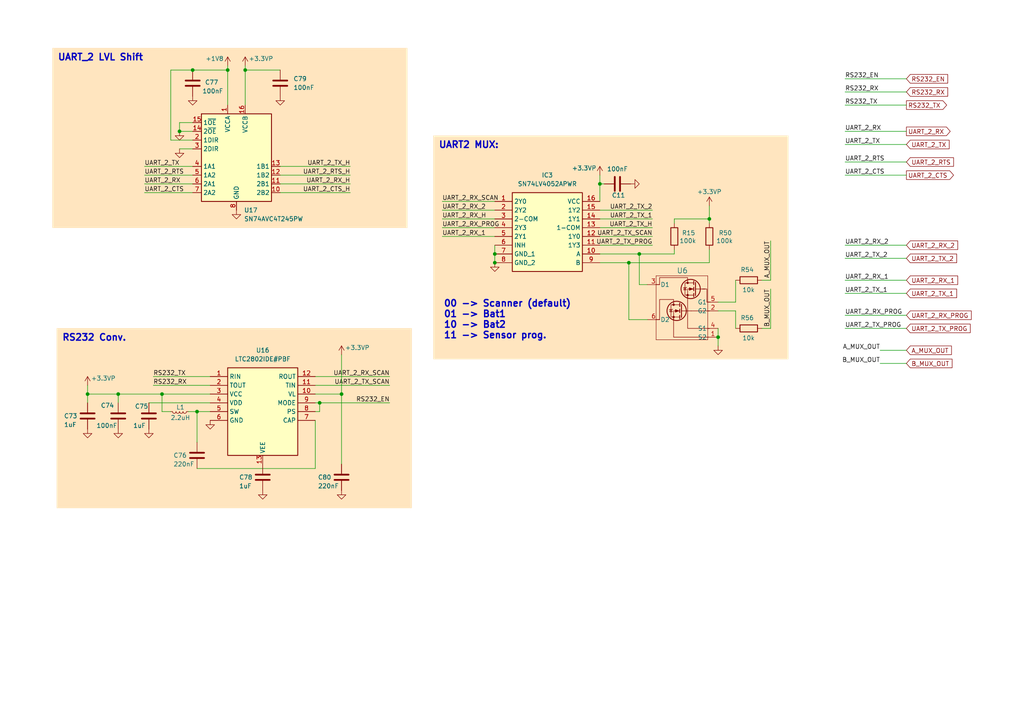
<source format=kicad_sch>
(kicad_sch (version 20231120) (generator "eeschema") (generator_version "8.0")
  (paper "A4")
  (lib_symbols
    (symbol "DMN53D0LDW:DMN53D0LDW-7" (pin_names (offset 0.254))
      (property "Reference" "U13" (at 14.986 9.144 0))
      (symbol "DMN53D0LDW-7_0_1"
        (polyline (pts (xy 7.62 -10.922) (xy 22.606 -10.922)) (stroke (width 0.127)))
        (polyline (pts (xy 7.62 7.62) (xy 7.62 -10.922)) (stroke (width 0.127)))
        (polyline (pts (xy 11.176 3.81) (xy 8.382 3.81)))
        (polyline (pts (xy 11.176 5.715) (xy 11.176 1.905)) (stroke (width 0.254)))
        (polyline (pts (xy 11.684 2.54) (xy 11.684 1.524)) (stroke (width 0.254)))
        (polyline (pts (xy 11.684 4.318) (xy 11.684 3.302)) (stroke (width 0.254)))
        (polyline (pts (xy 11.684 6.096) (xy 11.684 5.08)) (stroke (width 0.254)))
        (polyline (pts (xy 13.462 6.35) (xy 13.462 5.588)))
        (polyline (pts (xy 15.24 -2.54) (xy 12.446 -2.54)))
        (polyline (pts (xy 15.24 -0.635) (xy 15.24 -4.445)) (stroke (width 0.254)))
        (polyline (pts (xy 15.748 -3.81) (xy 15.748 -4.826)) (stroke (width 0.254)))
        (polyline (pts (xy 15.748 -2.032) (xy 15.748 -3.048)) (stroke (width 0.254)))
        (polyline (pts (xy 15.748 -0.254) (xy 15.748 -1.27)) (stroke (width 0.254)))
        (polyline (pts (xy 17.526 0) (xy 17.526 -0.762)))
        (polyline (pts (xy 22.606 -10.922) (xy 22.606 7.62)) (stroke (width 0.127)))
        (polyline (pts (xy 22.606 7.62) (xy 7.62 7.62)) (stroke (width 0.127)))
        (polyline (pts (xy 13.462 1.27) (xy 13.462 3.81) (xy 11.684 3.81)))
        (polyline (pts (xy 17.526 -5.08) (xy 17.526 -2.54) (xy 15.748 -2.54)))
        (polyline (pts (xy 11.684 2.032) (xy 14.224 2.032) (xy 14.224 5.588) (xy 11.684 5.588)))
        (polyline (pts (xy 11.938 3.81) (xy 12.954 4.191) (xy 12.954 3.429) (xy 11.938 3.81)) (fill (type outline)))
        (polyline (pts (xy 13.716 4.318) (xy 13.843 4.191) (xy 14.605 4.191) (xy 14.732 4.064)))
        (polyline (pts (xy 14.224 4.191) (xy 13.843 3.556) (xy 14.605 3.556) (xy 14.224 4.191)))
        (polyline (pts (xy 15.748 -4.318) (xy 18.288 -4.318) (xy 18.288 -0.762) (xy 15.748 -0.762)))
        (polyline (pts (xy 16.002 -2.54) (xy 17.018 -2.159) (xy 17.018 -2.921) (xy 16.002 -2.54)) (fill (type outline)))
        (polyline (pts (xy 17.78 -2.032) (xy 17.907 -2.159) (xy 18.669 -2.159) (xy 18.796 -2.286)))
        (polyline (pts (xy 18.288 -2.159) (xy 17.907 -2.794) (xy 18.669 -2.794) (xy 18.288 -2.159)))
        (circle (center 12.573 3.81) (radius 2.794) (stroke (width 0.254)))
        (circle (center 13.462 2.032) (radius 0.254) (fill (type outline)))
        (circle (center 13.462 5.588) (radius 0.254) (fill (type outline)))
        (circle (center 16.637 -2.54) (radius 2.794) (stroke (width 0.254)))
        (circle (center 17.526 -4.318) (radius 0.254) (fill (type outline)))
        (circle (center 17.526 -0.762) (radius 0.254) (fill (type outline)))
      )
      (symbol "DMN53D0LDW-7_1_0"
        (pin unspecified line (at 4.62 0 0) (length 3) (name "G1") (number "5"))
      )
      (symbol "DMN53D0LDW-7_1_1"
        (polyline (pts (xy 12.446 -2.54) (xy 7.112 -2.54)))
        (polyline (pts (xy 13.462 1.524) (xy 13.462 -7.62) (xy 7.112 -7.62)))
        (polyline (pts (xy 17.526 -4.826) (xy 17.526 -10.16) (xy 7.366 -10.16)))
        (polyline (pts (xy 9.144 3.81) (xy 7.874 3.81) (xy 7.874 0) (xy 6.858 0)))
        (polyline (pts (xy 13.4657 6.4125) (xy 13.4675 6.8401) (xy 13.462 7.112) (xy 21.59 7.112) (xy 21.59 5.08) (xy 22.606 5.08)))
        (polyline (pts (xy 17.5297 0.0625) (xy 17.5315 0.4901) (xy 17.526 0.762) (xy 21.59 0.762) (xy 21.59 -5.08) (xy 22.606 -5.08)))
        (pin unspecified line (at 4.62 -10.16 0) (length 3) (name "S2") (number "1"))
        (pin unspecified line (at 4.62 -2.54 0) (length 3) (name "G2") (number "2"))
        (pin unspecified line (at 25.19 5.08 180) (length 3.6) (name "D1") (number "3"))
        (pin unspecified line (at 4.62 -7.62 0) (length 3) (name "S1") (number "4"))
        (pin unspecified line (at 25.09 -5.08 180) (length 3.5) (name "D2") (number "6"))
      )
    )
    (symbol "Device:C" (pin_numbers hide) (pin_names (offset 0.254))
      (property "Reference" "C" (at 0.635 2.54 0))
      (property "Value" "C" (at 0.635 -2.54 0))
      (symbol "C_0_1"
        (polyline (pts (xy -2.032 -0.762) (xy 2.032 -0.762)) (stroke (width 0.508)))
        (polyline (pts (xy -2.032 0.762) (xy 2.032 0.762)) (stroke (width 0.508)))
      )
      (symbol "C_1_1"
        (pin passive line (at 0 3.81 270) (length 2.794) (name "~") (number "1"))
        (pin passive line (at 0 -3.81 90) (length 2.794) (name "~") (number "2"))
      )
    )
    (symbol "Device:L_Small" (pin_numbers hide) (pin_names (offset 0.254) hide)
      (property "Reference" "L" (at 0.762 1.016 0))
      (property "Value" "L_Small" (at 0.762 -1.016 0))
      (symbol "L_Small_0_1"
        (arc (start 0 -2.032) (mid 0.5058 -1.524) (end 0 -1.016))
        (arc (start 0 -1.016) (mid 0.5058 -0.508) (end 0 0))
        (arc (start 0 0) (mid 0.5058 0.508) (end 0 1.016))
        (arc (start 0 1.016) (mid 0.5058 1.524) (end 0 2.032))
      )
      (symbol "L_Small_1_1"
        (pin passive line (at 0 2.54 270) (length 0.508) (name "~") (number "1"))
        (pin passive line (at 0 -2.54 90) (length 0.508) (name "~") (number "2"))
      )
    )
    (symbol "Device:R" (pin_numbers hide) (pin_names (offset 0))
      (property "Reference" "R" (at 2.032 0 90))
      (property "Value" "R" (at 0 0 90))
      (symbol "R_0_1"
        (rectangle (start -1.016 -2.54) (end 1.016 2.54) (stroke (width 0.254)))
      )
      (symbol "R_1_1"
        (pin passive line (at 0 3.81 270) (length 1.27) (name "~") (number "1"))
        (pin passive line (at 0 -3.81 90) (length 1.27) (name "~") (number "2"))
      )
    )
    (symbol "LTC2802:LTC2802IDE#PBF"
      (property "Reference" "U8" (at 15.24 7.62 0))
      (property "Value" "LTC2802IDE#PBF" (at 15.24 5.08 0))
      (symbol "LTC2802IDE#PBF_1_1"
        (rectangle (start 5.08 2.54) (end 25.4 -22.86) (stroke (width 0.254)) (fill (type background)))
        (pin passive line (at 0 0 0) (length 5.08) (name "RIN") (number "1"))
        (pin passive line (at 30.48 -5.08 180) (length 5.08) (name "VL") (number "10"))
        (pin passive line (at 30.48 -2.54 180) (length 5.08) (name "TIN") (number "11"))
        (pin passive line (at 30.48 0 180) (length 5.08) (name "ROUT") (number "12"))
        (pin passive line (at 15.24 -25.4 90) (length 2.54) (name "VEE") (number "13"))
        (pin passive line (at 0 -2.54 0) (length 5.08) (name "TOUT") (number "2"))
        (pin passive line (at 0 -5.08 0) (length 5.08) (name "VCC") (number "3"))
        (pin passive line (at 0 -7.62 0) (length 5.08) (name "VDD") (number "4"))
        (pin passive line (at 0 -10.16 0) (length 5.08) (name "SW") (number "5"))
        (pin passive line (at 0 -12.7 0) (length 5.08) (name "GND") (number "6"))
        (pin passive line (at 30.48 -12.7 180) (length 5.08) (name "CAP") (number "7"))
        (pin passive line (at 30.48 -10.16 180) (length 5.08) (name "PS") (number "8"))
        (pin passive line (at 30.48 -7.62 180) (length 5.08) (name "MODE") (number "9"))
      )
    )
    (symbol "Logic_LevelTranslator:SN74AVC4T245PW"
      (property "Reference" "U" (at -8.89 13.97 0))
      (property "Value" "SN74AVC4T245PW" (at 12.7 13.97 0))
      (symbol "SN74AVC4T245PW_0_1"
        (rectangle (start -10.16 12.7) (end 10.16 -12.7) (stroke (width 0.254)) (fill (type background)))
      )
      (symbol "SN74AVC4T245PW_1_1"
        (pin power_in line (at -2.54 15.24 270) (length 2.54) (name "VCCA") (number "1"))
        (pin bidirectional line (at 12.7 -10.16 180) (length 2.54) (name "2B2") (number "10"))
        (pin bidirectional line (at 12.7 -7.62 180) (length 2.54) (name "2B1") (number "11"))
        (pin bidirectional line (at 12.7 -5.08 180) (length 2.54) (name "1B2") (number "12"))
        (pin bidirectional line (at 12.7 -2.54 180) (length 2.54) (name "1B1") (number "13"))
        (pin input line (at -12.7 7.62 0) (length 2.54) (name "2~{OE}") (number "14"))
        (pin input line (at -12.7 10.16 0) (length 2.54) (name "1~{OE}") (number "15"))
        (pin power_in line (at 2.54 15.24 270) (length 2.54) (name "VCCB") (number "16"))
        (pin input line (at -12.7 5.08 0) (length 2.54) (name "1DIR") (number "2"))
        (pin input line (at -12.7 2.54 0) (length 2.54) (name "2DIR") (number "3"))
        (pin bidirectional line (at -12.7 -2.54 0) (length 2.54) (name "1A1") (number "4"))
        (pin bidirectional line (at -12.7 -5.08 0) (length 2.54) (name "1A2") (number "5"))
        (pin bidirectional line (at -12.7 -7.62 0) (length 2.54) (name "2A1") (number "6"))
        (pin bidirectional line (at -12.7 -10.16 0) (length 2.54) (name "2A2") (number "7"))
        (pin power_in line (at 0 -15.24 90) (length 2.54) (name "GND") (number "8"))
        (pin passive line (at 0 -15.24 90) (length 2.54) hide (name "GND") (number "9"))
      )
    )
    (symbol "SN74LV4052APWR:SN74LV4052APWR"
      (property "Reference" "IC" (at 26.67 7.62 0))
      (property "Value" "SN74LV4052APWR" (at 26.67 5.08 0))
      (symbol "SN74LV4052APWR_1_1"
        (rectangle (start 5.08 2.54) (end 25.4 -20.32) (stroke (width 0.254)) (fill (type background)))
        (pin passive line (at 0 0 0) (length 5.08) (name "2Y0") (number "1"))
        (pin passive line (at 30.48 -15.24 180) (length 5.08) (name "A") (number "10"))
        (pin passive line (at 30.48 -12.7 180) (length 5.08) (name "1Y3") (number "11"))
        (pin passive line (at 30.48 -10.16 180) (length 5.08) (name "1Y0") (number "12"))
        (pin passive line (at 30.48 -7.62 180) (length 5.08) (name "1-COM") (number "13"))
        (pin passive line (at 30.48 -5.08 180) (length 5.08) (name "1Y1") (number "14"))
        (pin passive line (at 30.48 -2.54 180) (length 5.08) (name "1Y2") (number "15"))
        (pin passive line (at 30.48 0 180) (length 5.08) (name "VCC") (number "16"))
        (pin passive line (at 0 -2.54 0) (length 5.08) (name "2Y2") (number "2"))
        (pin passive line (at 0 -5.08 0) (length 5.08) (name "2-COM") (number "3"))
        (pin passive line (at 0 -7.62 0) (length 5.08) (name "2Y3") (number "4"))
        (pin passive line (at 0 -10.16 0) (length 5.08) (name "2Y1") (number "5"))
        (pin passive line (at 0 -12.7 0) (length 5.08) (name "INH") (number "6"))
        (pin passive line (at 0 -15.24 0) (length 5.08) (name "GND_1") (number "7"))
        (pin passive line (at 0 -17.78 0) (length 5.08) (name "GND_2") (number "8"))
        (pin passive line (at 30.48 -17.78 180) (length 5.08) (name "B") (number "9"))
      )
    )
    (symbol "power:+1V8" (power) (pin_names (offset 0))
      (property "Value" "+1V8" (at 0 3.556 0))
      (symbol "+1V8_0_1"
        (polyline (pts (xy -0.762 1.27) (xy 0 2.54)))
        (polyline (pts (xy 0 0) (xy 0 2.54)))
        (polyline (pts (xy 0 2.54) (xy 0.762 1.27)))
      )
      (symbol "+1V8_1_1"
        (pin power_in line (at 0 0 90) (length 0) hide (name "+1V8") (number "1"))
      )
    )
    (symbol "power:+3.3VP" (power) (pin_names (offset 0))
      (property "Value" "+3.3VP" (at 0 2.54 0))
      (symbol "+3.3VP_0_0"
        (pin power_in line (at 0 0 90) (length 0) hide (name "+3.3VP") (number "1"))
      )
      (symbol "+3.3VP_0_1"
        (polyline (pts (xy -0.762 1.27) (xy 0 2.54)))
        (polyline (pts (xy 0 0) (xy 0 2.54)))
        (polyline (pts (xy 0 2.54) (xy 0.762 1.27)))
      )
    )
    (symbol "power:GND" (power) (pin_names (offset 0))
      (property "Value" "GND" (at 0 -3.81 0))
      (symbol "GND_0_1"
        (polyline (pts (xy 0 0) (xy 0 -1.27) (xy 1.27 -1.27) (xy 0 -2.54) (xy -1.27 -1.27) (xy 0 -1.27)))
      )
      (symbol "GND_1_1"
        (pin power_in line (at 0 0 270) (length 0) hide (name "GND") (number "1"))
      )
    )
  )
  (junction (at 182.3899 76.2))
  (junction (at 205.74 63.5))
  (junction (at 99.06 114.3))
  (junction (at 208.28 97.79))
  (junction (at 71.12 20.32))
  (junction (at 52.07 38.1))
  (junction (at 66.04 20.32))
  (junction (at 143.51 76.2))
  (junction (at 25.4 114.3))
  (junction (at 173.99 53.34))
  (junction (at 34.29 114.3))
  (junction (at 92.71 116.84))
  (junction (at 143.51 73.66))
  (junction (at 46.99 114.3))
  (junction (at 55.88 20.32))
  (junction (at 185.42 73.66))
  (junction (at 57.15 119.38))
  (wire (pts (xy 245.11 74.93) (xy 262.89 74.93)))
  (wire (pts (xy 101.6 53.34) (xy 81.28 53.34)))
  (wire (pts (xy 52.07 43.18) (xy 55.88 43.18)))
  (wire (pts (xy 44.45 109.22) (xy 60.96 109.22)))
  (wire (pts (xy 245.11 41.91) (xy 262.89 41.91)))
  (wire (pts (xy 43.18 116.84) (xy 60.96 116.84)))
  (wire (pts (xy 208.28 90.17) (xy 213.36 90.17)))
  (wire (pts (xy 41.91 50.8) (xy 55.88 50.8)))
  (wire (pts (xy 66.04 19.05) (xy 66.04 20.32)))
  (wire (pts (xy 49.53 119.38) (xy 46.99 119.38)))
  (wire (pts (xy 182.3899 76.2) (xy 205.74 76.2)))
  (wire (pts (xy 128.27 60.96) (xy 143.51 60.96)))
  (wire (pts (xy 223.52 83.82) (xy 223.52 95.25)))
  (wire (pts (xy 245.11 71.12) (xy 262.89 71.12)))
  (wire (pts (xy 101.6 55.88) (xy 81.28 55.88)))
  (wire (pts (xy 91.44 135.89) (xy 91.44 121.92)))
  (wire (pts (xy 91.44 116.84) (xy 92.71 116.84)))
  (wire (pts (xy 187.81 92.71) (xy 182.3899 92.71)))
  (wire (pts (xy 55.88 40.64) (xy 49.53 40.64)))
  (wire (pts (xy 173.99 53.34) (xy 173.99 58.42)))
  (wire (pts (xy 71.12 20.32) (xy 81.28 20.32)))
  (wire (pts (xy 262.89 38.1) (xy 245.11 38.1)))
  (wire (pts (xy 113.03 111.76) (xy 91.44 111.76)))
  (wire (pts (xy 41.91 55.88) (xy 55.88 55.88)))
  (wire (pts (xy 245.11 85.09) (xy 262.89 85.09)))
  (wire (pts (xy 71.12 20.32) (xy 71.12 19.05)))
  (wire (pts (xy 208.28 87.63) (xy 213.36 87.63)))
  (wire (pts (xy 66.04 20.32) (xy 66.04 30.48)))
  (wire (pts (xy 99.06 134.62) (xy 99.06 114.3)))
  (wire (pts (xy 182.3899 92.71) (xy 182.3899 76.2)))
  (wire (pts (xy 44.45 111.76) (xy 60.96 111.76)))
  (wire (pts (xy 245.11 30.48) (xy 262.89 30.48)))
  (wire (pts (xy 173.99 73.66) (xy 185.42 73.66)))
  (wire (pts (xy 189.23 63.5) (xy 173.99 63.5)))
  (wire (pts (xy 245.11 95.25) (xy 262.89 95.25)))
  (wire (pts (xy 205.74 63.5) (xy 195.58 63.5)))
  (wire (pts (xy 91.44 109.22) (xy 113.03 109.22)))
  (wire (pts (xy 71.12 20.32) (xy 71.12 30.48)))
  (wire (pts (xy 195.58 63.5) (xy 195.58 64.77)))
  (wire (pts (xy 52.07 35.56) (xy 52.07 38.1)))
  (wire (pts (xy 189.23 71.12) (xy 173.99 71.12)))
  (wire (pts (xy 101.6 48.26) (xy 81.28 48.26)))
  (wire (pts (xy 143.51 73.66) (xy 143.51 76.2)))
  (wire (pts (xy 195.58 72.39) (xy 195.58 73.66)))
  (wire (pts (xy 54.61 119.38) (xy 57.15 119.38)))
  (wire (pts (xy 143.51 71.12) (xy 143.51 73.66)))
  (wire (pts (xy 245.11 46.99) (xy 262.89 46.99)))
  (wire (pts (xy 128.27 68.58) (xy 143.51 68.58)))
  (wire (pts (xy 92.71 116.84) (xy 92.71 119.38)))
  (wire (pts (xy 173.99 66.04) (xy 189.23 66.04)))
  (wire (pts (xy 223.52 69.85) (xy 223.52 81.28)))
  (wire (pts (xy 57.15 135.89) (xy 91.44 135.89)))
  (wire (pts (xy 25.4 111.76) (xy 25.4 114.3)))
  (wire (pts (xy 189.23 60.96) (xy 173.99 60.96)))
  (wire (pts (xy 245.11 26.67) (xy 262.89 26.67)))
  (wire (pts (xy 52.07 38.1) (xy 55.88 38.1)))
  (wire (pts (xy 143.51 63.5) (xy 128.27 63.5)))
  (wire (pts (xy 173.99 68.58) (xy 189.23 68.58)))
  (wire (pts (xy 55.88 53.34) (xy 41.91 53.34)))
  (wire (pts (xy 185.42 73.66) (xy 185.42 82.55)))
  (wire (pts (xy 245.11 81.28) (xy 262.89 81.28)))
  (wire (pts (xy 46.99 119.38) (xy 46.99 114.3)))
  (wire (pts (xy 34.29 114.3) (xy 46.99 114.3)))
  (wire (pts (xy 173.99 50.8) (xy 173.99 53.34)))
  (wire (pts (xy 41.91 48.26) (xy 55.88 48.26)))
  (wire (pts (xy 91.44 114.3) (xy 99.06 114.3)))
  (wire (pts (xy 255.27 105.41) (xy 262.89 105.41)))
  (wire (pts (xy 185.42 73.66) (xy 195.58 73.66)))
  (wire (pts (xy 213.36 90.17) (xy 213.36 95.25)))
  (wire (pts (xy 208.28 95.25) (xy 208.28 97.79)))
  (wire (pts (xy 205.74 72.39) (xy 205.74 76.2)))
  (wire (pts (xy 173.99 76.2) (xy 182.3899 76.2)))
  (wire (pts (xy 55.88 20.32) (xy 49.53 20.32)))
  (wire (pts (xy 205.74 64.77) (xy 205.74 63.5)))
  (wire (pts (xy 208.28 97.79) (xy 208.28 100.33)))
  (wire (pts (xy 255.27 101.6) (xy 262.89 101.6)))
  (wire (pts (xy 49.53 20.32) (xy 49.53 40.64)))
  (wire (pts (xy 262.89 22.86) (xy 245.11 22.86)))
  (wire (pts (xy 57.15 119.38) (xy 60.96 119.38)))
  (wire (pts (xy 25.4 114.3) (xy 34.29 114.3)))
  (wire (pts (xy 143.51 58.42) (xy 128.27 58.42)))
  (wire (pts (xy 92.71 119.38) (xy 91.44 119.38)))
  (wire (pts (xy 205.74 59.69) (xy 205.74 63.5)))
  (wire (pts (xy 213.36 87.63) (xy 213.36 81.28)))
  (wire (pts (xy 92.71 116.84) (xy 113.03 116.84)))
  (wire (pts (xy 185.42 82.55) (xy 187.71 82.55)))
  (wire (pts (xy 223.52 95.25) (xy 220.98 95.25)))
  (wire (pts (xy 128.27 66.04) (xy 143.51 66.04)))
  (wire (pts (xy 262.89 50.8) (xy 245.11 50.8)))
  (wire (pts (xy 175.26 53.34) (xy 173.99 53.34)))
  (wire (pts (xy 101.6 50.8) (xy 81.28 50.8)))
  (wire (pts (xy 99.06 114.3) (xy 99.06 102.87)))
  (wire (pts (xy 46.99 114.3) (xy 60.96 114.3)))
  (wire (pts (xy 66.04 20.32) (xy 55.88 20.32)))
  (wire (pts (xy 34.29 116.84) (xy 34.29 114.3)))
  (wire (pts (xy 57.15 119.38) (xy 57.15 128.27)))
  (wire (pts (xy 245.11 91.44) (xy 262.89 91.44)))
  (wire (pts (xy 223.52 81.28) (xy 220.98 81.28)))
  (wire (pts (xy 55.88 35.56) (xy 52.07 35.56)))
  (wire (pts (xy 25.4 116.84) (xy 25.4 114.3)))
  (text_box "UART_2 LVL Shift" (at 15.24 13.97 0) (size 102.87 52.07) (stroke (width 0) (color 255 229 191 1)) (fill (type color) (color 255 229 191 1)) (effects (font (size 1.905 1.905) (thickness 0.381) (bold yes)) (justify left top)))
  (text_box "RS232 Conv." (at 16.51 95.25 0) (size 102.87 52.07) (stroke (width 0) (color 255 229 191 1)) (fill (type color) (color 255 229 191 1)) (effects (font (size 1.905 1.905) (thickness 0.381) (bold yes)) (justify left top)))
  (text_box "UART2 MUX:\n\n\n\n\n\n\n\n\n\n\n\n\n\n\n 00 -> Scanner (default)\n 01 -> Bat1\n 10 -> Bat2\n 11 -> Sensor prog." (at 125.73 39.37 0) (size 102.87 64.77) (stroke (width 0) (color 255 229 191 1)) (fill (type color) (color 255 229 191 1)) (effects (font (size 1.905 1.905) (thickness 0.381) (bold yes)) (justify left top)))
  (label "UART_2_TX_2" (at 189.23 60.96 180))
  (label "UART_2_RTS" (at 41.91 50.8 0))
  (label "UART_2_TX_PROG" (at 189.23 71.12 180))
  (label "UART_2_TX_SCAN" (at 189.23 68.58 180))
  (label "B_MUX_OUT" (at 223.52 83.82 270))
  (label "UART_2_RX_H" (at 101.6 53.34 180))
  (label "UART_2_RTS" (at 245.11 46.99 0))
  (label "UART_2_TX_H" (at 101.6 48.26 180))
  (label "A_MUX_OUT" (at 255.27 101.6 180))
  (label "UART_2_RX_2" (at 128.27 60.96 0))
  (label "RS232_RX" (at 245.11 26.67 0))
  (label "RS232_RX" (at 44.45 111.76 0))
  (label "RS232_TX" (at 44.45 109.22 0))
  (label "A_MUX_OUT" (at 223.52 69.85 270))
  (label "RS232_EN" (at 245.11 22.86 0))
  (label "UART_2_RX_1" (at 245.11 81.28 0))
  (label "UART_2_TX_1" (at 189.23 63.5 180))
  (label "UART_2_TX_1" (at 245.11 85.09 0))
  (label "B_MUX_OUT" (at 255.27 105.41 180))
  (label "UART_2_TX" (at 245.11 41.91 0))
  (label "UART_2_RX_PROG" (at 128.27 66.04 0))
  (label "UART_2_TX_SCAN" (at 113.03 111.76 180))
  (label "UART_2_RX_SCAN" (at 128.27 58.42 0))
  (label "UART_2_CTS" (at 41.91 55.88 0))
  (label "RS232_TX" (at 245.11 30.48 0))
  (label "UART_2_CTS" (at 245.11 50.8 0))
  (label "UART_2_CTS_H" (at 101.6 55.88 180))
  (label "UART_2_RX" (at 41.91 53.34 0))
  (label "UART_2_TX" (at 41.91 48.26 0))
  (label "UART_2_TX_PROG" (at 245.11 95.25 0))
  (label "RS232_EN" (at 113.03 116.84 180))
  (label "UART_2_RX" (at 245.11 38.1 0))
  (label "UART_2_TX_2" (at 245.11 74.93 0))
  (label "UART_2_TX_H" (at 189.23 66.04 180))
  (label "UART_2_RX_1" (at 128.27 68.58 0))
  (label "UART_2_RTS_H" (at 101.6 50.8 180))
  (label "UART_2_RX_PROG" (at 245.11 91.44 0))
  (label "UART_2_RX_SCAN" (at 113.03 109.22 180))
  (label "UART_2_RX_H" (at 128.27 63.5 0))
  (label "UART_2_RX_2" (at 245.11 71.12 0))
  (global_label "UART_2_RTS" (shape input) (at 262.89 46.99 0) (property "Intersheetrefs" "${INTERSHEET_REFS}" (effects (hide yes))))
  (global_label "RS232_RX" (shape input) (at 262.89 26.67 0) (property "Intersheetrefs" "${INTERSHEET_REFS}" (effects (hide yes))))
  (global_label "UART_2_RX_1" (shape input) (at 262.89 81.28 0) (property "Intersheetrefs" "${INTERSHEET_REFS}" (effects (hide yes))))
  (global_label "A_MUX_OUT" (shape input) (at 262.89 101.6 0) (property "Intersheetrefs" "${INTERSHEET_REFS}" (effects (hide yes))))
  (global_label "UART_2_RX" (shape output) (at 262.89 38.1 0) (property "Intersheetrefs" "${INTERSHEET_REFS}" (effects (hide yes))))
  (global_label "UART_2_TX_PROG" (shape input) (at 262.89 95.25 0) (property "Intersheetrefs" "${INTERSHEET_REFS}" (effects (hide yes))))
  (global_label "UART_2_RX_PROG" (shape input) (at 262.89 91.44 0) (property "Intersheetrefs" "${INTERSHEET_REFS}" (effects (hide yes))))
  (global_label "RS232_TX" (shape output) (at 262.89 30.48 0) (property "Intersheetrefs" "${INTERSHEET_REFS}" (effects (hide yes))))
  (global_label "UART_2_TX" (shape input) (at 262.89 41.91 0) (property "Intersheetrefs" "${INTERSHEET_REFS}" (effects (hide yes))))
  (global_label "UART_2_RX_2" (shape input) (at 262.89 71.12 0) (property "Intersheetrefs" "${INTERSHEET_REFS}" (effects (hide yes))))
  (global_label "RS232_EN" (shape input) (at 262.89 22.86 0) (property "Intersheetrefs" "${INTERSHEET_REFS}" (effects (hide yes))))
  (global_label "B_MUX_OUT" (shape input) (at 262.89 105.41 0) (property "Intersheetrefs" "${INTERSHEET_REFS}" (effects (hide yes))))
  (global_label "UART_2_CTS" (shape output) (at 262.89 50.8 0) (property "Intersheetrefs" "${INTERSHEET_REFS}" (effects (hide yes))))
  (global_label "UART_2_TX_2" (shape input) (at 262.89 74.93 0) (property "Intersheetrefs" "${INTERSHEET_REFS}" (effects (hide yes))))
  (global_label "UART_2_TX_1" (shape input) (at 262.89 85.09 0) (property "Intersheetrefs" "${INTERSHEET_REFS}" (effects (hide yes))))
  (symbol (lib_id "Device:C") (at 81.28 24.13 0) (unit 1)
    (property "Reference" "C79" (at 85.09 22.8599 0) (effects (justify left)))
    (property "Value" "100nF" (at 85.09 25.3999 0) (effects (justify left)))
    (property "Footprint" "Capacitor_SMD:C_0603_1608Metric" (effects (hide yes)))
  )
  (symbol (lib_id "Logic_LevelTranslator:SN74AVC4T245PW") (at 68.58 45.72 0) (unit 1)
    (property "Reference" "U17" (at 70.7741 60.96 0) (effects (justify left)))
    (property "Value" "SN74AVC4T245PW" (at 70.7741 63.5 0) (effects (justify left)))
    (property "Footprint" "Package_SO:TSSOP-16_4.4x5mm_P0.65mm" (effects (hide yes)))
    (property "Datasheet" "https://www.ti.com/lit/ds/symlink/sn74avc4t245.pdf" (effects (hide yes)))
    (property "Description" "4-Bit Dual-Supply Bus Transceiver With Configurable Voltage Translation and 3-State Outputs, TSSOP-16" (effects (hide yes)))
  )
  (symbol (lib_id "Device:R") (at 217.17 95.25 90) (mirror x) (unit 1)
    (property "Reference" "R56" (at 218.694 92.202 90) (effects (justify left)))
    (property "Value" "10k" (at 218.948 98.044 90) (effects (justify left)))
    (property "Footprint" "Resistor_SMD:R_0603_1608Metric" (effects (hide yes)))
  )
  (symbol (lib_id "Device:C") (at 34.29 120.65 0) (mirror y) (unit 1)
    (property "Reference" "C74" (at 29.21 117.602 0) (effects (justify right)))
    (property "Value" "100nF" (at 27.94 123.444 0) (effects (justify right)))
    (property "Footprint" "Capacitor_SMD:C_0603_1608Metric" (effects (hide yes)))
  )
  (symbol (lib_id "power:GND") (at 182.88 53.34 90) (unit 1)
    (property "Reference" "#PWR045" (effects (hide yes)))
    (property "Value" "GND" (effects (hide yes)))
  )
  (symbol (lib_id "power:GND") (at 99.06 142.24 0) (mirror y) (unit 1)
    (property "Reference" "#PWR0213" (effects (hide yes)))
    (property "Value" "GND" (effects (hide yes)))
  )
  (symbol (lib_id "power:GND") (at 76.2 142.24 0) (mirror y) (unit 1)
    (property "Reference" "#PWR0206" (effects (hide yes)))
    (property "Value" "GND" (effects (hide yes)))
  )
  (symbol (lib_id "power:GND") (at 143.51 76.2 0) (mirror y) (unit 1)
    (property "Reference" "#PWR026" (effects (hide yes)))
    (property "Value" "GND" (effects (hide yes)))
  )
  (symbol (lib_id "DMN53D0LDW:DMN53D0LDW-7") (at 212.9 87.63 0) (mirror y) (unit 1)
    (property "Reference" "U6" (at 197.914 78.486 0) (effects (font (size 1.524 1.524))))
    (property "Value" "DMN53D0LDW-7" (effects (hide yes)))
    (property "Footprint" "libs:SOT-363_DIO" (effects (hide yes)))
    (property "Datasheet" "DMN53D0LDW-7" (effects (hide yes)))
  )
  (symbol (lib_id "Device:C") (at 57.15 132.08 0) (mirror y) (unit 1)
    (property "Reference" "C76" (at 50.292 132.08 0) (effects (justify right)))
    (property "Value" "220nF" (at 50.292 134.62 0) (effects (justify right)))
    (property "Footprint" "Capacitor_SMD:C_0603_1608Metric" (effects (hide yes)))
  )
  (symbol (lib_id "power:GND") (at 68.58 60.96 0) (mirror y) (unit 1)
    (property "Reference" "#PWR0208" (effects (hide yes)))
    (property "Value" "GND" (effects (hide yes)))
  )
  (symbol (lib_id "power:GND") (at 25.4 124.46 0) (mirror y) (unit 1)
    (property "Reference" "#PWR0198" (effects (hide yes)))
    (property "Value" "GND" (effects (hide yes)))
  )
  (symbol (lib_id "power:GND") (at 34.29 124.46 0) (mirror y) (unit 1)
    (property "Reference" "#PWR0199" (effects (hide yes)))
    (property "Value" "GND" (effects (hide yes)))
  )
  (symbol (lib_id "power:GND") (at 52.07 43.18 0) (mirror y) (unit 1)
    (property "Reference" "#PWR0205" (effects (hide yes)))
    (property "Value" "GND" (effects (hide yes)))
  )
  (symbol (lib_id "Device:C") (at 43.18 120.65 0) (mirror y) (unit 1)
    (property "Reference" "C75" (at 39.116 117.856 0) (effects (justify right)))
    (property "Value" "1uF" (at 38.608 123.444 0) (effects (justify right)))
    (property "Footprint" "Capacitor_SMD:C_0603_1608Metric" (effects (hide yes)))
  )
  (symbol (lib_id "Device:C") (at 55.88 24.13 0) (mirror y) (unit 1)
    (property "Reference" "C77" (at 59.436 23.876 0) (effects (justify right)))
    (property "Value" "100nF" (at 58.674 26.416 0) (effects (justify right)))
    (property "Footprint" "Capacitor_SMD:C_0603_1608Metric" (effects (hide yes)))
  )
  (symbol (lib_id "power:+3.3VP") (at 173.99 50.8 0) (mirror y) (unit 1)
    (property "Reference" "#PWR030" (effects (hide yes)))
    (property "Value" "+3.3VP" (at 169.418 48.768 0))
  )
  (symbol (lib_id "Device:L_Small") (at 52.07 119.38 270) (unit 1)
    (property "Reference" "L1" (at 52.324 118.11 90))
    (property "Value" "2.2uH" (at 52.324 121.158 90))
    (property "Footprint" "Inductor_SMD:L_0805_2012Metric" (effects (hide yes)))
    (property "Datasheet" "LQM21PN2R2NGCD" (effects (hide yes)))
    (property "Description" "C86089" (effects (hide yes)))
  )
  (symbol (lib_id "Device:R") (at 195.58 68.58 0) (mirror y) (unit 1)
    (property "Reference" "R15" (at 201.676 67.564 0) (effects (justify left)))
    (property "Value" "100k" (at 201.93 69.85 0) (effects (justify left)))
    (property "Footprint" "Resistor_SMD:R_0603_1608Metric" (effects (hide yes)))
  )
  (symbol (lib_id "power:GND") (at 52.07 38.1 0) (mirror y) (unit 1)
    (property "Reference" "#PWR016" (effects (hide yes)))
    (property "Value" "GND" (effects (hide yes)))
  )
  (symbol (lib_id "power:GND") (at 60.96 121.92 0) (mirror y) (unit 1)
    (property "Reference" "#PWR0203" (effects (hide yes)))
    (property "Value" "GND" (effects (hide yes)))
  )
  (symbol (lib_id "power:GND") (at 208.28 100.33 0) (unit 1)
    (property "Reference" "#PWR059" (effects (hide yes)))
    (property "Value" "GND" (effects (hide yes)))
  )
  (symbol (lib_id "LTC2802:LTC2802IDE#PBF") (at 60.96 109.22 0) (unit 1)
    (property "Reference" "U16" (at 76.2 101.6 0))
    (property "Value" "LTC2802IDE#PBF" (at 76.2 104.14 0))
    (property "Footprint" "libs:LTC2802__SON50P300X400X80-13N-D" (effects (hide yes)))
    (property "Datasheet" "https://datasheet.datasheetarchive.com/originals/distributors/Datasheets-SFU1/DSASFU10008579.pdf" (effects (hide yes)))
    (property "Description" "Linear Technology LTC2802IDE#PBF, Line Transceiver, RS-232, 1.8  5.5 V, 12-Pin DFN" (effects (hide yes)))
    (property "Height" "0.8" (effects (hide yes)))
    (property "Manufacturer_Name" "Analog Devices" (effects (hide yes)))
    (property "Manufacturer_Part_Number" "LTC2802IDE#PBF" (effects (hide yes)))
    (property "Mouser Part Number" "584-LTC2802IDE#PBF" (effects (hide yes)))
    (property "Mouser Price/Stock" "https://www.mouser.co.uk/ProductDetail/Analog-Devices/LTC2802IDEPBF?qs=hVkxg5c3xu8DmTzdmPFrKA%3D%3D" (effects (hide yes)))
    (property "Arrow Part Number" "LTC2802IDE#PBF" (effects (hide yes)))
    (property "Arrow Price/Stock" "https://www.arrow.com/en/products/ltc2802idepbf/analog-devices" (effects (hide yes)))
  )
  (symbol (lib_id "Device:C") (at 76.2 138.43 0) (mirror y) (unit 1)
    (property "Reference" "C78" (at 69.342 138.43 0) (effects (justify right)))
    (property "Value" "1uF" (at 69.342 140.97 0) (effects (justify right)))
    (property "Footprint" "Capacitor_SMD:C_0603_1608Metric" (effects (hide yes)))
  )
  (symbol (lib_id "power:+3.3VP") (at 99.06 102.87 0) (unit 1)
    (property "Reference" "#PWR014" (effects (hide yes)))
    (property "Value" "+3.3VP" (at 103.632 100.838 0))
  )
  (symbol (lib_id "Device:C") (at 99.06 138.43 0) (mirror y) (unit 1)
    (property "Reference" "C80" (at 92.202 138.43 0) (effects (justify right)))
    (property "Value" "220nF" (at 92.202 140.97 0) (effects (justify right)))
    (property "Footprint" "Capacitor_SMD:C_0603_1608Metric" (effects (hide yes)))
  )
  (symbol (lib_id "power:+3.3VP") (at 71.12 19.05 0) (unit 1)
    (property "Reference" "#PWR0209" (effects (hide yes)))
    (property "Value" "+3.3VP" (at 75.692 17.018 0))
  )
  (symbol (lib_id "power:GND") (at 55.88 27.94 0) (mirror y) (unit 1)
    (property "Reference" "#PWR0204" (effects (hide yes)))
    (property "Value" "GND" (effects (hide yes)))
  )
  (symbol (lib_id "power:+3.3VP") (at 25.4 111.76 0) (unit 1)
    (property "Reference" "#PWR0197" (effects (hide yes)))
    (property "Value" "+3.3VP" (at 29.972 109.728 0))
  )
  (symbol (lib_id "power:+1V8") (at 66.04 19.05 0) (unit 1)
    (property "Reference" "#PWR0207" (effects (hide yes)))
    (property "Value" "+1V8" (at 62.23 17.018 0))
  )
  (symbol (lib_id "SN74LV4052APWR:SN74LV4052APWR") (at 143.51 58.42 0) (unit 1)
    (property "Reference" "IC3" (at 158.75 50.8 0))
    (property "Value" "SN74LV4052APWR" (at 158.75 53.34 0))
    (property "Footprint" "SOP65P640X120-16N" (effects (hide yes)))
    (property "Datasheet" "http://www.ti.com/lit/gpn/sn74lv4052a" (effects (hide yes)))
    (property "Description" "Dual 4-channel analog multiplexer & demultiplexer" (effects (hide yes)))
    (property "Height" "1.2" (effects (hide yes)))
    (property "Manufacturer_Name" "Texas Instruments" (effects (hide yes)))
    (property "Manufacturer_Part_Number" "SN74LV4052APWR" (effects (hide yes)))
    (property "Mouser Part Number" "595-SN74LV4052APWR" (effects (hide yes)))
    (property "Mouser Price/Stock" "https://www.mouser.co.uk/ProductDetail/Texas-Instruments/SN74LV4052APWR?qs=3pnr37ZAbK%2FrVyc9dgeZqA%3D%3D" (effects (hide yes)))
    (property "Arrow Part Number" "SN74LV4052APWR" (effects (hide yes)))
    (property "Arrow Price/Stock" "https://www.arrow.com/en/products/sn74lv4052apwr/texas-instruments?region=nac" (effects (hide yes)))
  )
  (symbol (lib_id "Device:R") (at 205.74 68.58 0) (mirror y) (unit 1)
    (property "Reference" "R50" (at 212.344 67.564 0) (effects (justify left)))
    (property "Value" "100k" (at 212.598 69.85 0) (effects (justify left)))
    (property "Footprint" "Resistor_SMD:R_0603_1608Metric" (effects (hide yes)))
  )
  (symbol (lib_id "power:GND") (at 43.18 124.46 0) (mirror y) (unit 1)
    (property "Reference" "#PWR0202" (effects (hide yes)))
    (property "Value" "GND" (effects (hide yes)))
  )
  (symbol (lib_id "Device:C") (at 25.4 120.65 0) (mirror y) (unit 1)
    (property "Reference" "C73" (at 18.542 120.65 0) (effects (justify right)))
    (property "Value" "1uF" (at 18.542 123.19 0) (effects (justify right)))
    (property "Footprint" "Capacitor_SMD:C_0603_1608Metric" (effects (hide yes)))
  )
  (symbol (lib_id "power:+3.3VP") (at 205.74 59.69 0) (mirror y) (unit 1)
    (property "Reference" "#PWR051" (effects (hide yes)))
    (property "Value" "+3.3VP" (at 205.74 55.626 0))
  )
  (symbol (lib_id "Device:C") (at 179.07 53.34 90) (unit 1)
    (property "Reference" "C11" (at 181.356 56.642 90) (effects (justify left)))
    (property "Value" "100nF" (at 182.118 49.022 90) (effects (justify left)))
    (property "Footprint" "Capacitor_SMD:C_0603_1608Metric" (effects (hide yes)))
  )
  (symbol (lib_id "Device:R") (at 217.17 81.28 90) (mirror x) (unit 1)
    (property "Reference" "R54" (at 218.694 78.232 90) (effects (justify left)))
    (property "Value" "10k" (at 218.948 84.074 90) (effects (justify left)))
    (property "Footprint" "Resistor_SMD:R_0603_1608Metric" (effects (hide yes)))
  )
  (symbol (lib_id "power:GND") (at 81.28 27.94 0) (unit 1)
    (property "Reference" "#PWR0210" (effects (hide yes)))
    (property "Value" "GND" (effects (hide yes)))
  )
)
</source>
